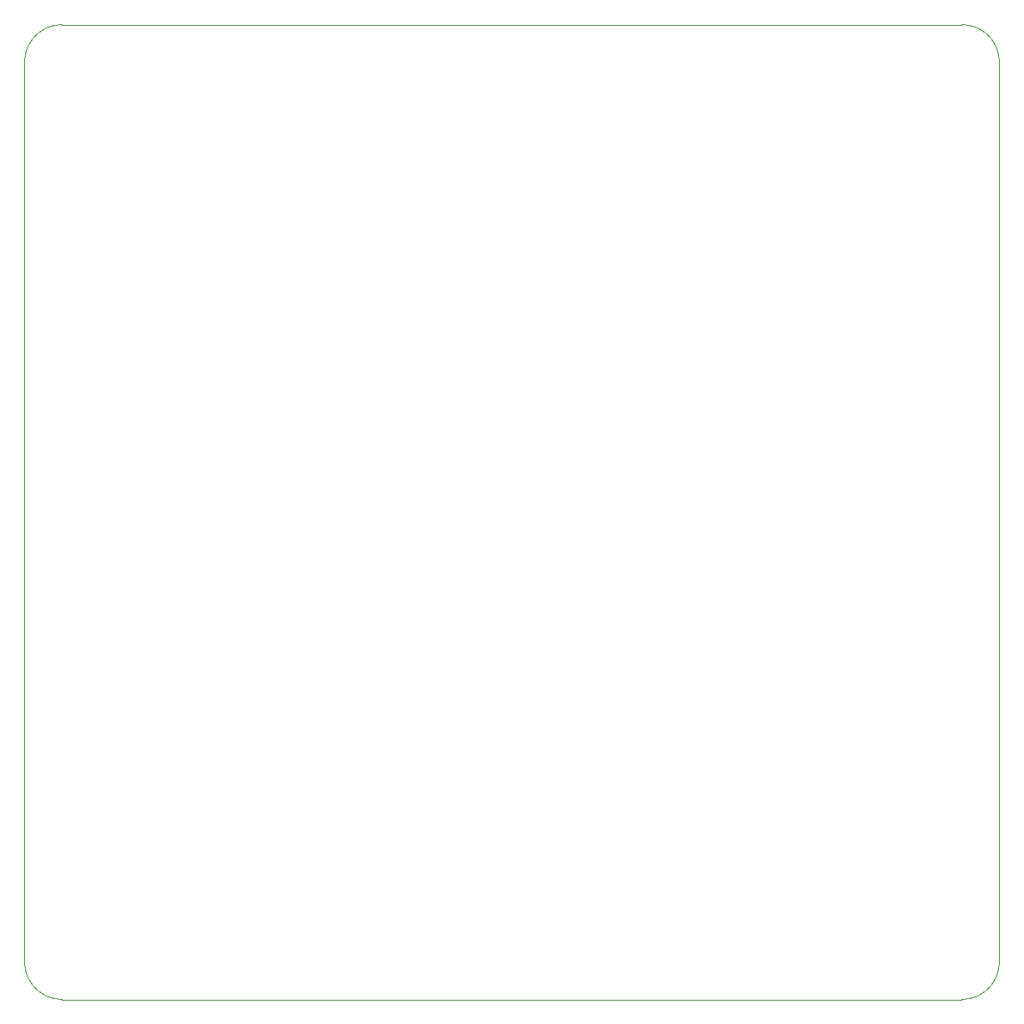
<source format=gm1>
G04 #@! TF.GenerationSoftware,KiCad,Pcbnew,(6.0.10)*
G04 #@! TF.CreationDate,2023-01-30T13:48:56-05:00*
G04 #@! TF.ProjectId,door_counter_circuit,646f6f72-5f63-46f7-956e-7465725f6369,rev?*
G04 #@! TF.SameCoordinates,Original*
G04 #@! TF.FileFunction,Profile,NP*
%FSLAX46Y46*%
G04 Gerber Fmt 4.6, Leading zero omitted, Abs format (unit mm)*
G04 Created by KiCad (PCBNEW (6.0.10)) date 2023-01-30 13:48:56*
%MOMM*%
%LPD*%
G01*
G04 APERTURE LIST*
G04 #@! TA.AperFunction,Profile*
%ADD10C,0.038100*%
G04 #@! TD*
G04 APERTURE END LIST*
D10*
X167640000Y-149860000D02*
X76200000Y-149860000D01*
X171450000Y-54610000D02*
G75*
G03*
X167640000Y-50800000I-3810000J0D01*
G01*
X171450000Y-54610000D02*
X171450000Y-146050000D01*
X72390000Y-146050000D02*
X72390000Y-54610000D01*
X167640000Y-149860000D02*
G75*
G03*
X171450000Y-146050000I0J3810000D01*
G01*
X72390000Y-146050000D02*
G75*
G03*
X76200000Y-149860000I3810000J0D01*
G01*
X76200000Y-50800000D02*
X167640000Y-50800000D01*
X76200000Y-50800000D02*
G75*
G03*
X72390000Y-54610000I0J-3810000D01*
G01*
M02*

</source>
